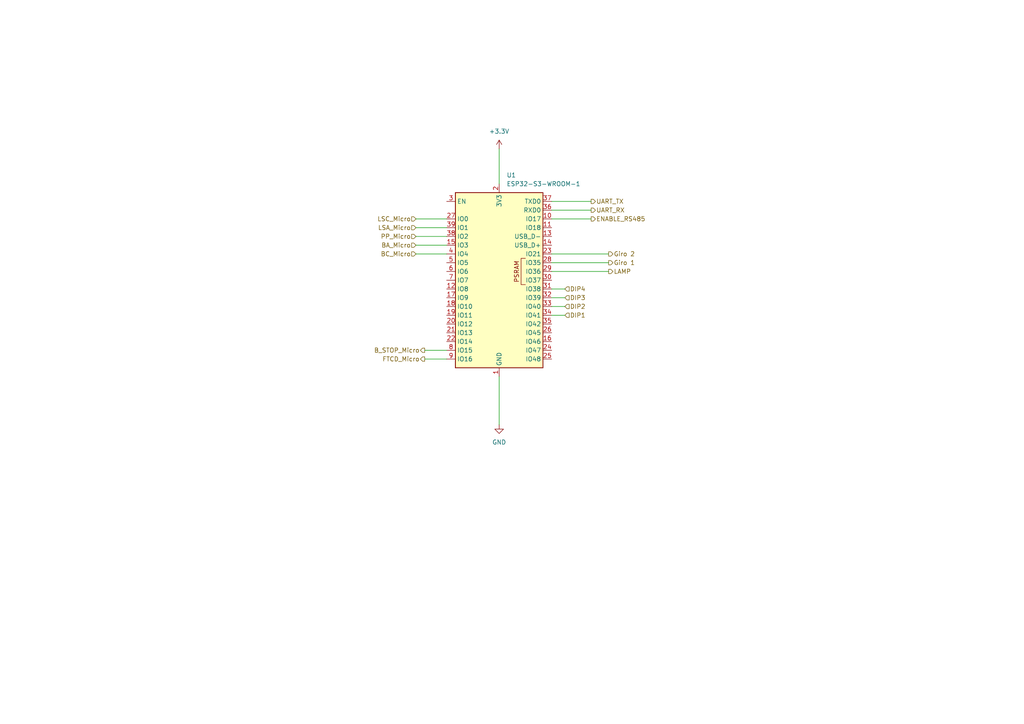
<source format=kicad_sch>
(kicad_sch
	(version 20250114)
	(generator "eeschema")
	(generator_version "9.0")
	(uuid "736392ec-9a19-464f-97c7-fa5bd2e16f22")
	(paper "A4")
	(lib_symbols
		(symbol "RF_Module:ESP32-S3-WROOM-1"
			(exclude_from_sim no)
			(in_bom yes)
			(on_board yes)
			(property "Reference" "U"
				(at -12.7 26.67 0)
				(effects
					(font
						(size 1.27 1.27)
					)
				)
			)
			(property "Value" "ESP32-S3-WROOM-1"
				(at 12.7 26.67 0)
				(effects
					(font
						(size 1.27 1.27)
					)
				)
			)
			(property "Footprint" "RF_Module:ESP32-S3-WROOM-1"
				(at 0 2.54 0)
				(effects
					(font
						(size 1.27 1.27)
					)
					(hide yes)
				)
			)
			(property "Datasheet" "https://www.espressif.com/sites/default/files/documentation/esp32-s3-wroom-1_wroom-1u_datasheet_en.pdf"
				(at 0 0 0)
				(effects
					(font
						(size 1.27 1.27)
					)
					(hide yes)
				)
			)
			(property "Description" "RF Module, ESP32-S3 SoC, Wi-Fi 802.11b/g/n, Bluetooth, BLE, 32-bit, 3.3V, onboard antenna, SMD"
				(at 0 0 0)
				(effects
					(font
						(size 1.27 1.27)
					)
					(hide yes)
				)
			)
			(property "ki_keywords" "RF Radio BT ESP ESP32-S3 Espressif onboard PCB antenna"
				(at 0 0 0)
				(effects
					(font
						(size 1.27 1.27)
					)
					(hide yes)
				)
			)
			(property "ki_fp_filters" "ESP32?S3?WROOM?1*"
				(at 0 0 0)
				(effects
					(font
						(size 1.27 1.27)
					)
					(hide yes)
				)
			)
			(symbol "ESP32-S3-WROOM-1_0_0"
				(rectangle
					(start -12.7 25.4)
					(end 12.7 -25.4)
					(stroke
						(width 0.254)
						(type default)
					)
					(fill
						(type background)
					)
				)
				(text "PSRAM"
					(at 5.08 2.54 900)
					(effects
						(font
							(size 1.27 1.27)
						)
					)
				)
			)
			(symbol "ESP32-S3-WROOM-1_0_1"
				(polyline
					(pts
						(xy 7.62 -1.27) (xy 6.35 -1.27) (xy 6.35 6.35) (xy 7.62 6.35)
					)
					(stroke
						(width 0)
						(type default)
					)
					(fill
						(type none)
					)
				)
			)
			(symbol "ESP32-S3-WROOM-1_1_1"
				(pin input line
					(at -15.24 22.86 0)
					(length 2.54)
					(name "EN"
						(effects
							(font
								(size 1.27 1.27)
							)
						)
					)
					(number "3"
						(effects
							(font
								(size 1.27 1.27)
							)
						)
					)
				)
				(pin bidirectional line
					(at -15.24 17.78 0)
					(length 2.54)
					(name "IO0"
						(effects
							(font
								(size 1.27 1.27)
							)
						)
					)
					(number "27"
						(effects
							(font
								(size 1.27 1.27)
							)
						)
					)
				)
				(pin bidirectional line
					(at -15.24 15.24 0)
					(length 2.54)
					(name "IO1"
						(effects
							(font
								(size 1.27 1.27)
							)
						)
					)
					(number "39"
						(effects
							(font
								(size 1.27 1.27)
							)
						)
					)
				)
				(pin bidirectional line
					(at -15.24 12.7 0)
					(length 2.54)
					(name "IO2"
						(effects
							(font
								(size 1.27 1.27)
							)
						)
					)
					(number "38"
						(effects
							(font
								(size 1.27 1.27)
							)
						)
					)
				)
				(pin bidirectional line
					(at -15.24 10.16 0)
					(length 2.54)
					(name "IO3"
						(effects
							(font
								(size 1.27 1.27)
							)
						)
					)
					(number "15"
						(effects
							(font
								(size 1.27 1.27)
							)
						)
					)
				)
				(pin bidirectional line
					(at -15.24 7.62 0)
					(length 2.54)
					(name "IO4"
						(effects
							(font
								(size 1.27 1.27)
							)
						)
					)
					(number "4"
						(effects
							(font
								(size 1.27 1.27)
							)
						)
					)
				)
				(pin bidirectional line
					(at -15.24 5.08 0)
					(length 2.54)
					(name "IO5"
						(effects
							(font
								(size 1.27 1.27)
							)
						)
					)
					(number "5"
						(effects
							(font
								(size 1.27 1.27)
							)
						)
					)
				)
				(pin bidirectional line
					(at -15.24 2.54 0)
					(length 2.54)
					(name "IO6"
						(effects
							(font
								(size 1.27 1.27)
							)
						)
					)
					(number "6"
						(effects
							(font
								(size 1.27 1.27)
							)
						)
					)
				)
				(pin bidirectional line
					(at -15.24 0 0)
					(length 2.54)
					(name "IO7"
						(effects
							(font
								(size 1.27 1.27)
							)
						)
					)
					(number "7"
						(effects
							(font
								(size 1.27 1.27)
							)
						)
					)
				)
				(pin bidirectional line
					(at -15.24 -2.54 0)
					(length 2.54)
					(name "IO8"
						(effects
							(font
								(size 1.27 1.27)
							)
						)
					)
					(number "12"
						(effects
							(font
								(size 1.27 1.27)
							)
						)
					)
				)
				(pin bidirectional line
					(at -15.24 -5.08 0)
					(length 2.54)
					(name "IO9"
						(effects
							(font
								(size 1.27 1.27)
							)
						)
					)
					(number "17"
						(effects
							(font
								(size 1.27 1.27)
							)
						)
					)
				)
				(pin bidirectional line
					(at -15.24 -7.62 0)
					(length 2.54)
					(name "IO10"
						(effects
							(font
								(size 1.27 1.27)
							)
						)
					)
					(number "18"
						(effects
							(font
								(size 1.27 1.27)
							)
						)
					)
				)
				(pin bidirectional line
					(at -15.24 -10.16 0)
					(length 2.54)
					(name "IO11"
						(effects
							(font
								(size 1.27 1.27)
							)
						)
					)
					(number "19"
						(effects
							(font
								(size 1.27 1.27)
							)
						)
					)
				)
				(pin bidirectional line
					(at -15.24 -12.7 0)
					(length 2.54)
					(name "IO12"
						(effects
							(font
								(size 1.27 1.27)
							)
						)
					)
					(number "20"
						(effects
							(font
								(size 1.27 1.27)
							)
						)
					)
				)
				(pin bidirectional line
					(at -15.24 -15.24 0)
					(length 2.54)
					(name "IO13"
						(effects
							(font
								(size 1.27 1.27)
							)
						)
					)
					(number "21"
						(effects
							(font
								(size 1.27 1.27)
							)
						)
					)
				)
				(pin bidirectional line
					(at -15.24 -17.78 0)
					(length 2.54)
					(name "IO14"
						(effects
							(font
								(size 1.27 1.27)
							)
						)
					)
					(number "22"
						(effects
							(font
								(size 1.27 1.27)
							)
						)
					)
				)
				(pin bidirectional line
					(at -15.24 -20.32 0)
					(length 2.54)
					(name "IO15"
						(effects
							(font
								(size 1.27 1.27)
							)
						)
					)
					(number "8"
						(effects
							(font
								(size 1.27 1.27)
							)
						)
					)
				)
				(pin bidirectional line
					(at -15.24 -22.86 0)
					(length 2.54)
					(name "IO16"
						(effects
							(font
								(size 1.27 1.27)
							)
						)
					)
					(number "9"
						(effects
							(font
								(size 1.27 1.27)
							)
						)
					)
				)
				(pin power_in line
					(at 0 27.94 270)
					(length 2.54)
					(name "3V3"
						(effects
							(font
								(size 1.27 1.27)
							)
						)
					)
					(number "2"
						(effects
							(font
								(size 1.27 1.27)
							)
						)
					)
				)
				(pin power_in line
					(at 0 -27.94 90)
					(length 2.54)
					(name "GND"
						(effects
							(font
								(size 1.27 1.27)
							)
						)
					)
					(number "1"
						(effects
							(font
								(size 1.27 1.27)
							)
						)
					)
				)
				(pin passive line
					(at 0 -27.94 90)
					(length 2.54)
					(hide yes)
					(name "GND"
						(effects
							(font
								(size 1.27 1.27)
							)
						)
					)
					(number "40"
						(effects
							(font
								(size 1.27 1.27)
							)
						)
					)
				)
				(pin passive line
					(at 0 -27.94 90)
					(length 2.54)
					(hide yes)
					(name "GND"
						(effects
							(font
								(size 1.27 1.27)
							)
						)
					)
					(number "41"
						(effects
							(font
								(size 1.27 1.27)
							)
						)
					)
				)
				(pin bidirectional line
					(at 15.24 22.86 180)
					(length 2.54)
					(name "TXD0"
						(effects
							(font
								(size 1.27 1.27)
							)
						)
					)
					(number "37"
						(effects
							(font
								(size 1.27 1.27)
							)
						)
					)
				)
				(pin bidirectional line
					(at 15.24 20.32 180)
					(length 2.54)
					(name "RXD0"
						(effects
							(font
								(size 1.27 1.27)
							)
						)
					)
					(number "36"
						(effects
							(font
								(size 1.27 1.27)
							)
						)
					)
				)
				(pin bidirectional line
					(at 15.24 17.78 180)
					(length 2.54)
					(name "IO17"
						(effects
							(font
								(size 1.27 1.27)
							)
						)
					)
					(number "10"
						(effects
							(font
								(size 1.27 1.27)
							)
						)
					)
				)
				(pin bidirectional line
					(at 15.24 15.24 180)
					(length 2.54)
					(name "IO18"
						(effects
							(font
								(size 1.27 1.27)
							)
						)
					)
					(number "11"
						(effects
							(font
								(size 1.27 1.27)
							)
						)
					)
				)
				(pin bidirectional line
					(at 15.24 12.7 180)
					(length 2.54)
					(name "USB_D-"
						(effects
							(font
								(size 1.27 1.27)
							)
						)
					)
					(number "13"
						(effects
							(font
								(size 1.27 1.27)
							)
						)
					)
					(alternate "IO19" bidirectional line)
				)
				(pin bidirectional line
					(at 15.24 10.16 180)
					(length 2.54)
					(name "USB_D+"
						(effects
							(font
								(size 1.27 1.27)
							)
						)
					)
					(number "14"
						(effects
							(font
								(size 1.27 1.27)
							)
						)
					)
					(alternate "IO20" bidirectional line)
				)
				(pin bidirectional line
					(at 15.24 7.62 180)
					(length 2.54)
					(name "IO21"
						(effects
							(font
								(size 1.27 1.27)
							)
						)
					)
					(number "23"
						(effects
							(font
								(size 1.27 1.27)
							)
						)
					)
				)
				(pin bidirectional line
					(at 15.24 5.08 180)
					(length 2.54)
					(name "IO35"
						(effects
							(font
								(size 1.27 1.27)
							)
						)
					)
					(number "28"
						(effects
							(font
								(size 1.27 1.27)
							)
						)
					)
				)
				(pin bidirectional line
					(at 15.24 2.54 180)
					(length 2.54)
					(name "IO36"
						(effects
							(font
								(size 1.27 1.27)
							)
						)
					)
					(number "29"
						(effects
							(font
								(size 1.27 1.27)
							)
						)
					)
				)
				(pin bidirectional line
					(at 15.24 0 180)
					(length 2.54)
					(name "IO37"
						(effects
							(font
								(size 1.27 1.27)
							)
						)
					)
					(number "30"
						(effects
							(font
								(size 1.27 1.27)
							)
						)
					)
				)
				(pin bidirectional line
					(at 15.24 -2.54 180)
					(length 2.54)
					(name "IO38"
						(effects
							(font
								(size 1.27 1.27)
							)
						)
					)
					(number "31"
						(effects
							(font
								(size 1.27 1.27)
							)
						)
					)
				)
				(pin bidirectional line
					(at 15.24 -5.08 180)
					(length 2.54)
					(name "IO39"
						(effects
							(font
								(size 1.27 1.27)
							)
						)
					)
					(number "32"
						(effects
							(font
								(size 1.27 1.27)
							)
						)
					)
				)
				(pin bidirectional line
					(at 15.24 -7.62 180)
					(length 2.54)
					(name "IO40"
						(effects
							(font
								(size 1.27 1.27)
							)
						)
					)
					(number "33"
						(effects
							(font
								(size 1.27 1.27)
							)
						)
					)
				)
				(pin bidirectional line
					(at 15.24 -10.16 180)
					(length 2.54)
					(name "IO41"
						(effects
							(font
								(size 1.27 1.27)
							)
						)
					)
					(number "34"
						(effects
							(font
								(size 1.27 1.27)
							)
						)
					)
				)
				(pin bidirectional line
					(at 15.24 -12.7 180)
					(length 2.54)
					(name "IO42"
						(effects
							(font
								(size 1.27 1.27)
							)
						)
					)
					(number "35"
						(effects
							(font
								(size 1.27 1.27)
							)
						)
					)
				)
				(pin bidirectional line
					(at 15.24 -15.24 180)
					(length 2.54)
					(name "IO45"
						(effects
							(font
								(size 1.27 1.27)
							)
						)
					)
					(number "26"
						(effects
							(font
								(size 1.27 1.27)
							)
						)
					)
				)
				(pin bidirectional line
					(at 15.24 -17.78 180)
					(length 2.54)
					(name "IO46"
						(effects
							(font
								(size 1.27 1.27)
							)
						)
					)
					(number "16"
						(effects
							(font
								(size 1.27 1.27)
							)
						)
					)
				)
				(pin bidirectional line
					(at 15.24 -20.32 180)
					(length 2.54)
					(name "IO47"
						(effects
							(font
								(size 1.27 1.27)
							)
						)
					)
					(number "24"
						(effects
							(font
								(size 1.27 1.27)
							)
						)
					)
				)
				(pin bidirectional line
					(at 15.24 -22.86 180)
					(length 2.54)
					(name "IO48"
						(effects
							(font
								(size 1.27 1.27)
							)
						)
					)
					(number "25"
						(effects
							(font
								(size 1.27 1.27)
							)
						)
					)
				)
			)
			(embedded_fonts no)
		)
		(symbol "power:+3.3V"
			(power)
			(pin_numbers
				(hide yes)
			)
			(pin_names
				(offset 0)
				(hide yes)
			)
			(exclude_from_sim no)
			(in_bom yes)
			(on_board yes)
			(property "Reference" "#PWR"
				(at 0 -3.81 0)
				(effects
					(font
						(size 1.27 1.27)
					)
					(hide yes)
				)
			)
			(property "Value" "+3.3V"
				(at 0 3.556 0)
				(effects
					(font
						(size 1.27 1.27)
					)
				)
			)
			(property "Footprint" ""
				(at 0 0 0)
				(effects
					(font
						(size 1.27 1.27)
					)
					(hide yes)
				)
			)
			(property "Datasheet" ""
				(at 0 0 0)
				(effects
					(font
						(size 1.27 1.27)
					)
					(hide yes)
				)
			)
			(property "Description" "Power symbol creates a global label with name \"+3.3V\""
				(at 0 0 0)
				(effects
					(font
						(size 1.27 1.27)
					)
					(hide yes)
				)
			)
			(property "ki_keywords" "global power"
				(at 0 0 0)
				(effects
					(font
						(size 1.27 1.27)
					)
					(hide yes)
				)
			)
			(symbol "+3.3V_0_1"
				(polyline
					(pts
						(xy -0.762 1.27) (xy 0 2.54)
					)
					(stroke
						(width 0)
						(type default)
					)
					(fill
						(type none)
					)
				)
				(polyline
					(pts
						(xy 0 2.54) (xy 0.762 1.27)
					)
					(stroke
						(width 0)
						(type default)
					)
					(fill
						(type none)
					)
				)
				(polyline
					(pts
						(xy 0 0) (xy 0 2.54)
					)
					(stroke
						(width 0)
						(type default)
					)
					(fill
						(type none)
					)
				)
			)
			(symbol "+3.3V_1_1"
				(pin power_in line
					(at 0 0 90)
					(length 0)
					(name "~"
						(effects
							(font
								(size 1.27 1.27)
							)
						)
					)
					(number "1"
						(effects
							(font
								(size 1.27 1.27)
							)
						)
					)
				)
			)
			(embedded_fonts no)
		)
		(symbol "power:GND"
			(power)
			(pin_numbers
				(hide yes)
			)
			(pin_names
				(offset 0)
				(hide yes)
			)
			(exclude_from_sim no)
			(in_bom yes)
			(on_board yes)
			(property "Reference" "#PWR"
				(at 0 -6.35 0)
				(effects
					(font
						(size 1.27 1.27)
					)
					(hide yes)
				)
			)
			(property "Value" "GND"
				(at 0 -3.81 0)
				(effects
					(font
						(size 1.27 1.27)
					)
				)
			)
			(property "Footprint" ""
				(at 0 0 0)
				(effects
					(font
						(size 1.27 1.27)
					)
					(hide yes)
				)
			)
			(property "Datasheet" ""
				(at 0 0 0)
				(effects
					(font
						(size 1.27 1.27)
					)
					(hide yes)
				)
			)
			(property "Description" "Power symbol creates a global label with name \"GND\" , ground"
				(at 0 0 0)
				(effects
					(font
						(size 1.27 1.27)
					)
					(hide yes)
				)
			)
			(property "ki_keywords" "global power"
				(at 0 0 0)
				(effects
					(font
						(size 1.27 1.27)
					)
					(hide yes)
				)
			)
			(symbol "GND_0_1"
				(polyline
					(pts
						(xy 0 0) (xy 0 -1.27) (xy 1.27 -1.27) (xy 0 -2.54) (xy -1.27 -1.27) (xy 0 -1.27)
					)
					(stroke
						(width 0)
						(type default)
					)
					(fill
						(type none)
					)
				)
			)
			(symbol "GND_1_1"
				(pin power_in line
					(at 0 0 270)
					(length 0)
					(name "~"
						(effects
							(font
								(size 1.27 1.27)
							)
						)
					)
					(number "1"
						(effects
							(font
								(size 1.27 1.27)
							)
						)
					)
				)
			)
			(embedded_fonts no)
		)
	)
	(wire
		(pts
			(xy 160.02 83.82) (xy 163.83 83.82)
		)
		(stroke
			(width 0)
			(type default)
		)
		(uuid "14ab29cd-06df-4847-8df2-263021aac764")
	)
	(wire
		(pts
			(xy 160.02 88.9) (xy 163.83 88.9)
		)
		(stroke
			(width 0)
			(type default)
		)
		(uuid "16cbba96-26a3-49cf-aa8c-bd312665625e")
	)
	(wire
		(pts
			(xy 120.65 68.58) (xy 129.54 68.58)
		)
		(stroke
			(width 0)
			(type default)
		)
		(uuid "3d38085d-e576-467b-8e3c-7de9a0a4ea9e")
	)
	(wire
		(pts
			(xy 160.02 63.5) (xy 171.45 63.5)
		)
		(stroke
			(width 0)
			(type default)
		)
		(uuid "4a2ba863-54b2-449d-b83e-02dcfb6939b3")
	)
	(wire
		(pts
			(xy 160.02 58.42) (xy 171.45 58.42)
		)
		(stroke
			(width 0)
			(type default)
		)
		(uuid "520d9671-c887-440c-a24a-265954c6e713")
	)
	(wire
		(pts
			(xy 160.02 86.36) (xy 163.83 86.36)
		)
		(stroke
			(width 0)
			(type default)
		)
		(uuid "6f2004cc-6558-4d3d-b634-999daa6eb4fc")
	)
	(wire
		(pts
			(xy 160.02 91.44) (xy 163.83 91.44)
		)
		(stroke
			(width 0)
			(type default)
		)
		(uuid "7fbd2b02-0988-4730-b7da-67eb16a1e5f8")
	)
	(wire
		(pts
			(xy 120.65 66.04) (xy 129.54 66.04)
		)
		(stroke
			(width 0)
			(type default)
		)
		(uuid "8ea6783d-6cb3-4bad-a468-dfa2ce5ea4a8")
	)
	(wire
		(pts
			(xy 160.02 60.96) (xy 171.45 60.96)
		)
		(stroke
			(width 0)
			(type default)
		)
		(uuid "9efbe1cc-4a66-4999-8904-b41e4d3d6af3")
	)
	(wire
		(pts
			(xy 129.54 63.5) (xy 120.65 63.5)
		)
		(stroke
			(width 0)
			(type default)
		)
		(uuid "aa1286c2-e31b-4c94-b301-1dc88e363a56")
	)
	(wire
		(pts
			(xy 120.65 71.12) (xy 129.54 71.12)
		)
		(stroke
			(width 0)
			(type default)
		)
		(uuid "b593cfcd-49c5-4405-9346-637037d85c21")
	)
	(wire
		(pts
			(xy 144.78 43.18) (xy 144.78 53.34)
		)
		(stroke
			(width 0)
			(type default)
		)
		(uuid "bc53ede3-5ab0-4faa-b791-7beb86fec800")
	)
	(wire
		(pts
			(xy 123.19 101.6) (xy 129.54 101.6)
		)
		(stroke
			(width 0)
			(type default)
		)
		(uuid "d3bd5244-060f-48df-a63a-2a55d54d4b99")
	)
	(wire
		(pts
			(xy 160.02 76.2) (xy 176.53 76.2)
		)
		(stroke
			(width 0)
			(type default)
		)
		(uuid "df00eb56-84ff-40e8-b5c7-4e0e031593c9")
	)
	(wire
		(pts
			(xy 144.78 109.22) (xy 144.78 123.19)
		)
		(stroke
			(width 0)
			(type default)
		)
		(uuid "f10a6911-766b-4344-96e4-9a062f3e3887")
	)
	(wire
		(pts
			(xy 160.02 73.66) (xy 176.53 73.66)
		)
		(stroke
			(width 0)
			(type default)
		)
		(uuid "f4806649-3012-48c1-80ac-460f1a67094b")
	)
	(wire
		(pts
			(xy 123.19 104.14) (xy 129.54 104.14)
		)
		(stroke
			(width 0)
			(type default)
		)
		(uuid "f50fc9e7-2d07-44b8-82a7-c9d458421005")
	)
	(wire
		(pts
			(xy 129.54 73.66) (xy 120.65 73.66)
		)
		(stroke
			(width 0)
			(type default)
		)
		(uuid "f8e27e22-9e5d-4817-8b53-e67fd53795cb")
	)
	(wire
		(pts
			(xy 176.53 78.74) (xy 160.02 78.74)
		)
		(stroke
			(width 0)
			(type default)
		)
		(uuid "ff159359-97de-48ab-9f87-54ac3e60569b")
	)
	(hierarchical_label "DIP3"
		(shape input)
		(at 163.83 86.36 0)
		(effects
			(font
				(size 1.27 1.27)
			)
			(justify left)
		)
		(uuid "03e06c7f-8dd3-4429-82d8-ba7e45e5d729")
	)
	(hierarchical_label "UART_RX"
		(shape output)
		(at 171.45 60.96 0)
		(effects
			(font
				(size 1.27 1.27)
			)
			(justify left)
		)
		(uuid "3c877e56-67a5-4c1f-aa02-0d8ee5a477ea")
	)
	(hierarchical_label "BA_Micro"
		(shape input)
		(at 120.65 71.12 180)
		(effects
			(font
				(size 1.27 1.27)
			)
			(justify right)
		)
		(uuid "3cc7d2a8-80c3-4b51-b11d-fcccc68c37cf")
	)
	(hierarchical_label "Giro 2"
		(shape output)
		(at 176.53 73.66 0)
		(effects
			(font
				(size 1.27 1.27)
			)
			(justify left)
		)
		(uuid "536f24dd-8923-4fbc-bcc0-92d3d911b125")
	)
	(hierarchical_label "UART_TX"
		(shape output)
		(at 171.45 58.42 0)
		(effects
			(font
				(size 1.27 1.27)
			)
			(justify left)
		)
		(uuid "57848aa6-a356-467e-9283-6cdb4877bd31")
	)
	(hierarchical_label "LAMP"
		(shape output)
		(at 176.53 78.74 0)
		(effects
			(font
				(size 1.27 1.27)
			)
			(justify left)
		)
		(uuid "5f16d415-18ae-47f1-b50f-0287accb5ded")
	)
	(hierarchical_label "LSC_Micro"
		(shape input)
		(at 120.65 63.5 180)
		(effects
			(font
				(size 1.27 1.27)
			)
			(justify right)
		)
		(uuid "634a500b-1815-4ad7-991a-dbe78902608f")
	)
	(hierarchical_label "DIP2"
		(shape input)
		(at 163.83 88.9 0)
		(effects
			(font
				(size 1.27 1.27)
			)
			(justify left)
		)
		(uuid "7c67357f-c937-46f8-9605-588224befe25")
	)
	(hierarchical_label "FTCD_Micro"
		(shape output)
		(at 123.19 104.14 180)
		(effects
			(font
				(size 1.27 1.27)
			)
			(justify right)
		)
		(uuid "a6a3b3a7-8066-4ee3-9f93-20d41e695446")
	)
	(hierarchical_label "ENABLE_RS485"
		(shape output)
		(at 171.45 63.5 0)
		(effects
			(font
				(size 1.27 1.27)
			)
			(justify left)
		)
		(uuid "d0658e80-9130-4ac2-90c6-21193026c338")
	)
	(hierarchical_label "BC_Micro"
		(shape input)
		(at 120.65 73.66 180)
		(effects
			(font
				(size 1.27 1.27)
			)
			(justify right)
		)
		(uuid "d15683d3-d52b-4957-993d-9cac271b9ac3")
	)
	(hierarchical_label "Giro 1"
		(shape output)
		(at 176.53 76.2 0)
		(effects
			(font
				(size 1.27 1.27)
			)
			(justify left)
		)
		(uuid "d59fdd63-60e8-445f-8356-418d09eb695a")
	)
	(hierarchical_label "DIP4"
		(shape input)
		(at 163.83 83.82 0)
		(effects
			(font
				(size 1.27 1.27)
			)
			(justify left)
		)
		(uuid "d8fd9d00-e9cb-4bda-aaad-b6757968559c")
	)
	(hierarchical_label "DIP1"
		(shape input)
		(at 163.83 91.44 0)
		(effects
			(font
				(size 1.27 1.27)
			)
			(justify left)
		)
		(uuid "dd360ca7-6db3-4be4-af6d-309a559b1829")
	)
	(hierarchical_label "LSA_Micro"
		(shape input)
		(at 120.65 66.04 180)
		(effects
			(font
				(size 1.27 1.27)
			)
			(justify right)
		)
		(uuid "e224aa90-17c7-4b70-9dd4-41c4221d6cf8")
	)
	(hierarchical_label "PP_Micro"
		(shape input)
		(at 120.65 68.58 180)
		(effects
			(font
				(size 1.27 1.27)
			)
			(justify right)
		)
		(uuid "f2257897-ae0d-44ee-9854-f2aada864ca9")
	)
	(hierarchical_label "B_STOP_Micro"
		(shape output)
		(at 123.19 101.6 180)
		(effects
			(font
				(size 1.27 1.27)
			)
			(justify right)
		)
		(uuid "fec34b9c-6ec6-42ee-ad7f-b8f4904e6559")
	)
	(symbol
		(lib_id "power:GND")
		(at 144.78 123.19 0)
		(unit 1)
		(exclude_from_sim no)
		(in_bom yes)
		(on_board yes)
		(dnp no)
		(fields_autoplaced yes)
		(uuid "29002846-497f-460e-94a4-13a8f8d6e6ec")
		(property "Reference" "#PWR010"
			(at 144.78 129.54 0)
			(effects
				(font
					(size 1.27 1.27)
				)
				(hide yes)
			)
		)
		(property "Value" "GND"
			(at 144.78 128.27 0)
			(effects
				(font
					(size 1.27 1.27)
				)
			)
		)
		(property "Footprint" ""
			(at 144.78 123.19 0)
			(effects
				(font
					(size 1.27 1.27)
				)
				(hide yes)
			)
		)
		(property "Datasheet" ""
			(at 144.78 123.19 0)
			(effects
				(font
					(size 1.27 1.27)
				)
				(hide yes)
			)
		)
		(property "Description" "Power symbol creates a global label with name \"GND\" , ground"
			(at 144.78 123.19 0)
			(effects
				(font
					(size 1.27 1.27)
				)
				(hide yes)
			)
		)
		(pin "1"
			(uuid "c11c4a5d-89bc-45d5-bbfb-cb4c721166b5")
		)
		(instances
			(project ""
				(path "/3dc9151e-2269-486b-a333-294da30e5c12/89682661-a5af-4e01-91f4-ddf79f61a74f/789938ee-f788-44c7-ba63-cd968574ee84"
					(reference "#PWR010")
					(unit 1)
				)
			)
		)
	)
	(symbol
		(lib_id "power:+3.3V")
		(at 144.78 43.18 0)
		(unit 1)
		(exclude_from_sim no)
		(in_bom yes)
		(on_board yes)
		(dnp no)
		(fields_autoplaced yes)
		(uuid "a72ef2cd-f1d8-45a8-9dcb-99bed1c8b302")
		(property "Reference" "#PWR09"
			(at 144.78 46.99 0)
			(effects
				(font
					(size 1.27 1.27)
				)
				(hide yes)
			)
		)
		(property "Value" "+3.3V"
			(at 144.78 38.1 0)
			(effects
				(font
					(size 1.27 1.27)
				)
			)
		)
		(property "Footprint" ""
			(at 144.78 43.18 0)
			(effects
				(font
					(size 1.27 1.27)
				)
				(hide yes)
			)
		)
		(property "Datasheet" ""
			(at 144.78 43.18 0)
			(effects
				(font
					(size 1.27 1.27)
				)
				(hide yes)
			)
		)
		(property "Description" "Power symbol creates a global label with name \"+3.3V\""
			(at 144.78 43.18 0)
			(effects
				(font
					(size 1.27 1.27)
				)
				(hide yes)
			)
		)
		(pin "1"
			(uuid "0f15f94a-ae23-46c4-b8cb-e31a1c672ef8")
		)
		(instances
			(project ""
				(path "/3dc9151e-2269-486b-a333-294da30e5c12/89682661-a5af-4e01-91f4-ddf79f61a74f/789938ee-f788-44c7-ba63-cd968574ee84"
					(reference "#PWR09")
					(unit 1)
				)
			)
		)
	)
	(symbol
		(lib_id "RF_Module:ESP32-S3-WROOM-1")
		(at 144.78 81.28 0)
		(unit 1)
		(exclude_from_sim no)
		(in_bom yes)
		(on_board yes)
		(dnp no)
		(fields_autoplaced yes)
		(uuid "a7604c81-1747-4318-86cf-de447f8c311d")
		(property "Reference" "U1"
			(at 146.9233 50.8 0)
			(effects
				(font
					(size 1.27 1.27)
				)
				(justify left)
			)
		)
		(property "Value" "ESP32-S3-WROOM-1"
			(at 146.9233 53.34 0)
			(effects
				(font
					(size 1.27 1.27)
				)
				(justify left)
			)
		)
		(property "Footprint" "RF_Module:ESP32-S3-WROOM-1"
			(at 144.78 78.74 0)
			(effects
				(font
					(size 1.27 1.27)
				)
				(hide yes)
			)
		)
		(property "Datasheet" "https://www.espressif.com/sites/default/files/documentation/esp32-s3-wroom-1_wroom-1u_datasheet_en.pdf"
			(at 144.78 81.28 0)
			(effects
				(font
					(size 1.27 1.27)
				)
				(hide yes)
			)
		)
		(property "Description" "RF Module, ESP32-S3 SoC, Wi-Fi 802.11b/g/n, Bluetooth, BLE, 32-bit, 3.3V, onboard antenna, SMD"
			(at 144.78 81.28 0)
			(effects
				(font
					(size 1.27 1.27)
				)
				(hide yes)
			)
		)
		(pin "7"
			(uuid "19a6b79b-bce7-4467-bbd1-fe2b3c4d77b5")
		)
		(pin "1"
			(uuid "f7c8640c-c3d2-49e8-bb6c-9afdea137e69")
		)
		(pin "12"
			(uuid "8279f7aa-653f-4c20-b2b1-4b48eab6201f")
		)
		(pin "38"
			(uuid "ef25b80b-81f9-43b1-a782-5b4b051599a9")
		)
		(pin "15"
			(uuid "44a298a3-e7f4-4667-ba28-aeec1a4db317")
		)
		(pin "27"
			(uuid "9a450adc-1fa6-46f1-b0d2-d9d07a982898")
		)
		(pin "4"
			(uuid "1f85b288-cd4c-45ca-915e-bc8b321c677f")
		)
		(pin "20"
			(uuid "793e2f05-55d2-46b4-bd5a-772f1d86184d")
		)
		(pin "17"
			(uuid "8fbdc203-4555-4ce4-baad-d22e9e2877df")
		)
		(pin "18"
			(uuid "ab707bdf-1459-4811-a637-f43afa373d93")
		)
		(pin "39"
			(uuid "2c00a101-d59d-4fa8-9b74-deaa0bf20e21")
		)
		(pin "21"
			(uuid "c73f2795-58c7-49ef-909c-1bf21bc4f4e2")
		)
		(pin "22"
			(uuid "7e47edd9-20c3-4aaf-8746-c9c89ef78d70")
		)
		(pin "19"
			(uuid "e201b9c2-7549-4fd3-8fdb-df7ffca914df")
		)
		(pin "8"
			(uuid "652107b5-01e3-450d-aa78-9a1177cf7baf")
		)
		(pin "9"
			(uuid "013e7eee-9867-4672-8af3-dc28aeaf37de")
		)
		(pin "3"
			(uuid "3fc945e9-0e50-44aa-b2ff-a3a23fad7c06")
		)
		(pin "5"
			(uuid "06e67a51-596f-4dd6-a0f8-76eb67b137e8")
		)
		(pin "6"
			(uuid "4a858a3b-a6fe-4028-9ab0-1a605d5d5c31")
		)
		(pin "2"
			(uuid "896acf6d-71df-421b-b670-d6d0a53d1982")
		)
		(pin "40"
			(uuid "5bcf75ec-9a05-4099-abbe-71067886c07e")
		)
		(pin "41"
			(uuid "f87c415b-46ce-4149-ad37-ee540f3016d9")
		)
		(pin "37"
			(uuid "2e823936-e629-40be-96f8-f1faf3eda49b")
		)
		(pin "36"
			(uuid "f9ac9307-d1b7-433a-a7aa-d33d42b99631")
		)
		(pin "10"
			(uuid "9e407002-7fa3-424e-bc9a-7e7ca7fb3ab9")
		)
		(pin "11"
			(uuid "ba95b729-c1f2-4e04-93d2-f28b612a2c8e")
		)
		(pin "13"
			(uuid "b775b580-5d00-45de-95e3-dd840bf37397")
		)
		(pin "25"
			(uuid "9399c280-8bda-4ccf-b562-90b7b86a5a7e")
		)
		(pin "31"
			(uuid "b43075db-831d-434c-8ba4-9c09f27a8a26")
		)
		(pin "23"
			(uuid "43320f47-5d93-403e-a081-5de1c59397af")
		)
		(pin "14"
			(uuid "76e1b03f-5498-4eea-86f9-6c816079adf4")
		)
		(pin "32"
			(uuid "8e0f5bb4-b33e-4bb1-b694-234bb7fc7b42")
		)
		(pin "30"
			(uuid "507f7cce-8fdd-4351-9fef-e42d71341c75")
		)
		(pin "28"
			(uuid "7f3a0962-bf64-4733-8ada-93ec4a3a1e97")
		)
		(pin "29"
			(uuid "516571ab-457b-4f8b-96bd-11d8954ecac0")
		)
		(pin "33"
			(uuid "7127a63f-ccdf-411d-8840-70304c1a03bc")
		)
		(pin "34"
			(uuid "c6de201b-f906-4ede-9080-f1f0baee8330")
		)
		(pin "35"
			(uuid "bec98bdf-af42-4f1e-98fc-ee9e975c773a")
		)
		(pin "16"
			(uuid "057b1e8b-81cd-4d1b-8972-88a46e70282d")
		)
		(pin "26"
			(uuid "c4453a93-5b3a-4d2b-9956-207f4e21c23c")
		)
		(pin "24"
			(uuid "765fc8a9-21ab-4fbd-be07-355c2879c05c")
		)
		(instances
			(project ""
				(path "/3dc9151e-2269-486b-a333-294da30e5c12/89682661-a5af-4e01-91f4-ddf79f61a74f/789938ee-f788-44c7-ba63-cd968574ee84"
					(reference "U1")
					(unit 1)
				)
			)
		)
	)
)

</source>
